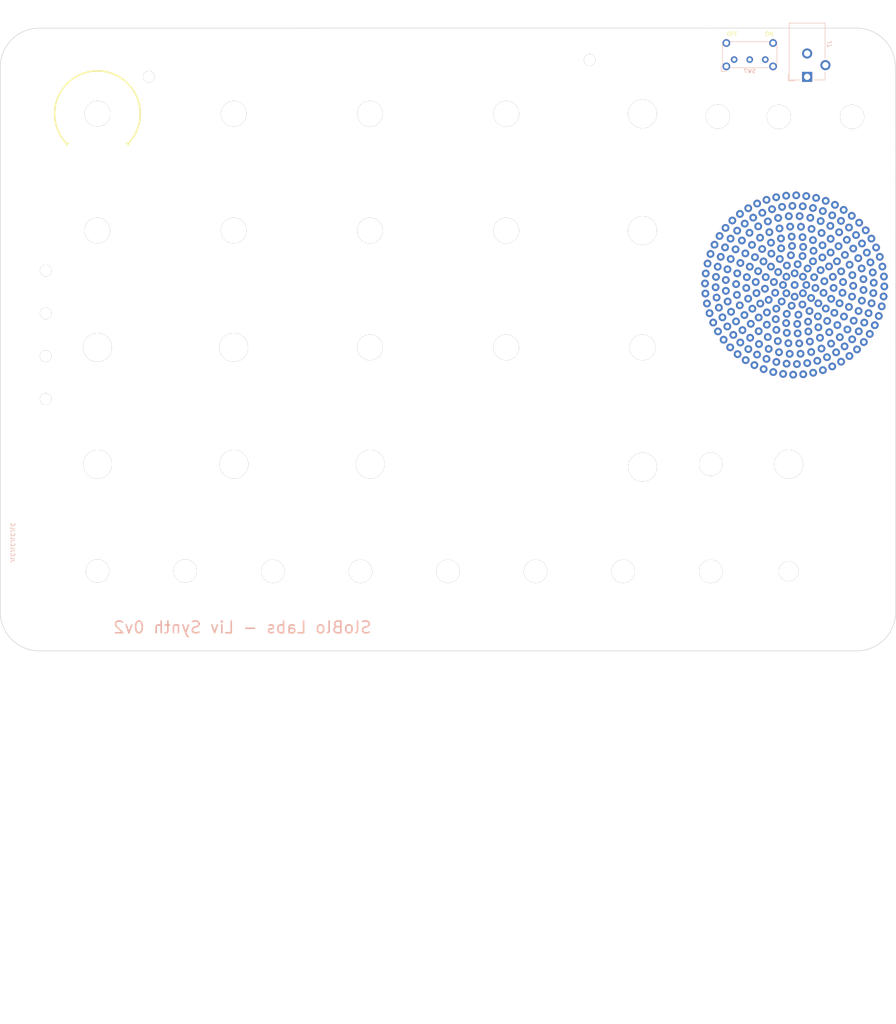
<source format=kicad_pcb>
(kicad_pcb (version 20221018) (generator pcbnew)
  (title_block (title "Liv Synth Faceplate") (date "2023-01-23") (rev "${Version}") (company "SloBlo Labs"))
  (layers (0 "F.Cu" mixed) (31 "B.Cu" mixed) (34 "B.Paste" user) (35 "F.Paste" user) (36 "B.SilkS" user "B.Silkscreen") (37 "F.SilkS" user "F.Silkscreen") (38 "B.Mask" user) (39 "F.Mask" user) (44 "Edge.Cuts" user))
  (property "VCF_Rsmall_Value" "100")
  (property "Version" "0v2")
  (net 0 "")
  (net 1 "/Power/Vin")
  (net 2 "/Power/BAT_P")
  (net 3 "/Power/BAT_N")
  (net 4 "Net-(D4-Pad1)")
  (net 5 "Net-(J7-Pad2)")
  (footprint "SloBloFP:Via 1mm" (layer "F.Cu") (at 260.355904 90.867585 -72.78)
    (fp_text reference "REF**254" hide)
    (fp_text value "Via 1mm" hide)
  )
  (footprint "SloBloFP:Via 1mm" (layer "F.Cu") (at 236.545073 80.287749 60)
    (fp_text reference "REF**22" hide)
    (fp_text value "Via 1mm" hide)
  )
  (footprint "SloBloFP:Faceplate_Hole_7.4mm" (layer "F.Cu") (at 58.4716 133.95)
    (fp_text reference "REF**" hide)
    (fp_text value "Faceplate_Hole_7.4mm" hide)
  )
  (footprint "SloBloFP:Via 1mm" (layer "F.Cu") (at 252.568594 78.561902 -25.5)
    (fp_text reference "REF**117" hide)
    (fp_text value "Via 1mm" hide)
  )
  (footprint "SloBloFP:Via 1mm" (layer "F.Cu") (at 229.54862 109.528718 -175.66)
    (fp_text reference "REF**238" hide)
    (fp_text value "Via 1mm" hide)
  )
  (footprint "SloBloFP:Via 1mm" (layer "F.Cu") (at 233.61964 73.392296 42.81)
    (fp_text reference "REF**90" hide)
    (fp_text value "Via 1mm" hide)
  )
  (footprint "SloBloFP:Via 1mm" (layer "F.Cu") (at 243.596104 92.629984 -75)
    (fp_text reference "REF**32" hide)
    (fp_text value "Via 1mm" hide)
  )
  (footprint "SloBloFP:Via 1mm" (layer "F.Cu") (at 239.635748 90.040503 -45)
    (fp_text reference "REF**7" hide)
    (fp_text value "Via 1mm" hide)
  )
  (footprint "SloBloFP:Faceplate_Hole_7.4mm" (layer "F.Cu") (at 93.4716 133.95)
    (fp_text reference "REF**" hide)
    (fp_text value "Faceplate_Hole_7.4mm" hide)
  )
  (footprint "SloBloFP:Faceplate_Hole_6.6mm" (layer "F.Cu") (at 128.4208 103.95)
    (fp_text reference "REF**" hide)
    (fp_text value "Faceplate_Hole_6.6mm" hide)
  )
  (footprint "SloBloFP:Via 1mm" (layer "F.Cu") (at 241.851764 73.518234 11.04)
    (fp_text reference "REF**87" hide)
    (fp_text value "Via 1mm" hide)
  )
  (footprint "SloBloFP:Faceplate_Hole_5.1mm" (layer "F.Cu") (at 235.9716 161.45)
    (fp_text reference "REF**" hide)
    (fp_text value "Faceplate_Hole_5.1mm" hide)
  )
  (footprint "SloBloFP:Via 1mm" (layer "F.Cu") (at 260.054184 83.187851 -53.57)
    (fp_text reference "REF**201" hide)
    (fp_text value "Via 1mm" hide)
  )
  (footprint "SloBloFP:Via 1mm" (layer "F.Cu") (at 260.542407 88.291038 -66.35)
    (fp_text reference "REF**255" hide)
    (fp_text value "Via 1mm" hide)
  )
  (footprint "SloBloFP:Faceplate_Hole_6.6mm" (layer "F.Cu") (at 163.4208 43.95)
    (fp_text reference "REF**" hide)
    (fp_text value "Faceplate_Hole_6.6mm" hide)
  )
  (footprint "SloBloFP:Faceplate_Hole_7.4mm" (layer "F.Cu") (at 198.4716 134.7)
    (fp_text reference "REF**" hide)
    (fp_text value "Faceplate_Hole_7.4mm" hide)
  )
  (footprint "SloBloFP:Via 1mm" (layer "F.Cu") (at 255.193576 89.197601 -61.5)
    (fp_text reference "REF**153" hide)
    (fp_text value "Via 1mm" hide)
  )
  (footprint "SloBloFP:Via 1mm" (layer "F.Cu") (at 246.756703 79.575157 -13.92)
    (fp_text reference "REF**57" hide)
    (fp_text value "Via 1mm" hide)
  )
  (footprint "SloBloFP:Via 1mm" (layer "F.Cu") (at 239.591486 67.710062 22.5)
    (fp_text reference "REF**163" hide)
    (fp_text value "Via 1mm" hide)
  )
  (footprint "SloBloFP:Via 1mm" (layer "F.Cu") (at 221.095612 81.240178 100.5)
    (fp_text reference "REF**131" hide)
    (fp_text value "Via 1mm" hide)
  )
  (footprint "SloBloFP:Via 1mm" (layer "F.Cu") (at 243.603487 98.780387 -116.72)
    (fp_text reference "REF**77" hide)
    (fp_text value "Via 1mm" hide)
  )
  (footprint "SloBloFP:Via 1mm" (layer "F.Cu") (at 251.458091 93.556033 -84.21)
    (fp_text reference "REF**112" hide)
    (fp_text value "Via 1mm" hide)
  )
  (footprint "SloBloFP:Via 1mm" (layer "F.Cu") (at 253.933244 94.598188 -79.5)
    (fp_text reference "REF**151" hide)
    (fp_text value "Via 1mm" hide)
  )
  (footprint "SloBloFP:Via 1mm" (layer "F.Cu") (at 238.483783 95.550617 -120)
    (fp_text reference "REF**30" hide)
    (fp_text value "Via 1mm" hide)
  )
  (footprint "SloBloFP:Via 1mm" (layer "F.Cu") (at 234.290207 67.861089 37.5)
    (fp_text reference "REF**165" hide)
    (fp_text value "Via 1mm" hide)
  )
  (footprint "SloBloFP:Via 1mm" (layer "F.Cu") (at 242.35752 79.137703 12.94)
    (fp_text reference "REF**37" hide)
    (fp_text value "Via 1mm" hide)
  )
  (footprint "SloBloFP:Faceplate_Hole_6.6mm" (layer "F.Cu") (at 198.4208 103.95)
    (fp_text reference "REF**" hide)
    (fp_text value "Faceplate_Hole_6.6mm" hide)
  )
  (footprint "SloBloFP:Via 1mm" (layer "F.Cu") (at 238.792846 70.240035 28.5)
    (fp_text reference "REF**123" hide)
    (fp_text value "Via 1mm" hide)
  )
  (footprint "SloBloFP:Via 1mm" (layer "F.Cu") (at 223.46382 69.670717 62.17)
    (fp_text reference "REF**219" hide)
    (fp_text value "Via 1mm" hide)
  )
  (footprint "SloBloFP:Via 1mm" (layer "F.Cu") (at 234.558053 110.759628 -162.8)
    (fp_text reference "REF**240" hide)
    (fp_text value "Via 1mm" hide)
  )
  (footprint "SloBloFP:Via 1mm" (layer "F.Cu") (at 245.145862 86.949828 -30)
    (fp_text reference "REF**18" hide)
    (fp_text value "Via 1mm" hide)
  )
  (footprint "SloBloFP:Via 1mm" (layer "F.Cu") (at 258.435764 78.289864 -40.71)
    (fp_text reference "REF**203" hide)
    (fp_text value "Via 1mm" hide)
  )
  (footprint "SloBloFP:Via 1mm" (layer "F.Cu") (at 231.01623 74.35551 53.4)
    (fp_text reference "REF**91" hide)
    (fp_text value "Via 1mm" hide)
  )
  (footprint "SloBloFP:Via 1mm" (layer "F.Cu") (at 233.486122 105.180683 -160.5)
    (fp_text reference "REF**142" hide)
    (fp_text value "Via 1mm" hide)
  )
  (footprint "SloBloFP:Faceplate_Hole_3.0mm" (layer "F.Cu") (at 45.1316 106.2)
    (fp_text reference "REF**" hide)
    (fp_text value "Faceplate_Hole_3.0mm" hide)
  )
  (footprint "SloBloFP:Faceplate_Hole_6.0mm" (layer "F.Cu") (at 148.4716 161.45)
    (fp_text reference "REF**" hide)
    (fp_text value "Faceplate_Hole_6.0mm" hide)
  )
  (footprint "SloBloFP:Via 1mm" (layer "F.Cu") (at 222.690771 90.460637 127.53)
    (fp_text reference "REF**98" hide)
    (fp_text value "Via 1mm" hide)
  )
  (footprint "SloBloFP:Via 1mm" (layer "F.Cu") (at 215.651369 95.160228 132.9)
    (fp_text reference "REF**230" hide)
    (fp_text value "Via 1mm" hide)
  )
  (footprint "SloBloFP:Via 1mm" (layer "F.Cu") (at 236.011478 70.257706 37.5)
    (fp_text reference "REF**124" hide)
    (fp_text value "Via 1mm" hide)
  )
  (footprint "SloBloFP:Via 1mm" (layer "F.Cu") (at 237.910398 64.891606 23.59)
    (fp_text reference "REF**213" hide)
    (fp_text value "Via 1mm" hide)
  )
  (footprint "SloBloFP:Via 1mm" (layer "F.Cu") (at 236.355727 72.923943 32.22)
    (fp_text reference "REF**89" hide)
    (fp_text value "Via 1mm" hide)
  )
  (footprint "SloBloFP:Faceplate_Hole_6.6mm" (layer "F.Cu") (at 58.37 73.95)
    (fp_text reference "REF**" hide)
    (fp_text value "Faceplate_Hole_6.6mm" hide)
  )
  (footprint "SloBloFP:Via 1mm" (layer "F.Cu") (at 231.699684 68.453534 45)
    (fp_text reference "REF**166" hide)
    (fp_text value "Via 1mm" hide)
  )
  (footprint "SloBloFP:Via 1mm" (layer "F.Cu") (at 241.542734 70.657683 19.5)
    (fp_text reference "REF**122" hide)
    (fp_text value "Via 1mm" hide)
  )
  (footprint "SloBloFP:Faceplate_Hole_6.0mm" (layer "F.Cu") (at 215.9716 133.95)
    (fp_text reference "REF**" hide)
    (fp_text value "Faceplate_Hole_6.0mm" hide)
  )
  (footprint "SloBloFP:Via 1mm" (layer "F.Cu") (at 218.224266 75.336825 81.46)
    (fp_text reference "REF**222" hide)
    (fp_text value "Via 1mm" hide)
  )
  (footprint "SloBloFP:Via 1mm" (layer "F.Cu") (at 218.974287 96.224958 142.5)
    (fp_text reference "REF**179" hide)
    (fp_text value "Via 1mm" hide)
  )
  (footprint "SloBloFP:Via 1mm" (layer "F.Cu") (at 231.432752 83.208382 105)
    (fp_text reference "REF**24" hide)
    (fp_text value "Via 1mm" hide)
  )
  (footprint "SloBloFP:Via 1mm" (layer "F.Cu") (at 256.980077 82.104439 -45)
    (fp_text reference "REF**154" hide)
    (fp_text value "Via 1mm" hide)
  )
  (footprint "SloBloFP:Via 1mm" (layer "F.Cu") (at 239.715796 110.844716 -149.94)
    (fp_text reference "REF**242" hide)
    (fp_text value "Via 1mm" hide)
  )
  (footprint "SloBloFP:Via 1mm" (layer "F.Cu") (at 216.599819 97.563105 139.33)
    (fp_text reference "REF**231" hide)
    (fp_text value "Via 1mm" hide)
  )
  (footprint "SloBloFP:Via 1mm" (layer "F.Cu") (at 245.51114 93.970837 -85.3)
    (fp_text reference "REF**53" hide)
    (fp_text value "Via 1mm" hide)
  )
  (footprint "SloBloFP:Faceplate_Hole_6.0mm" (layer "F.Cu") (at 215.9716 161.45)
    (fp_text reference "REF**" hide)
    (fp_text value "Faceplate_Hole_6.0mm" hide)
  )
  (footprint "SloBloFP:Via 1mm" (layer "F.Cu") (at 234.184301 92.151234 -150)
    (fp_text reference "REF**14" hide)
    (fp_text value "Via 1mm" hide)
  )
  (footprint "SloBloFP:Faceplate_Hole_6.0mm" (layer "F.Cu") (at 103.4716 161.45)
    (fp_text reference "REF**" hide)
    (fp_text value "Faceplate_Hole_6.0mm" hide)
  )
  (footprint "SloBloFP:Via 1mm" (layer "F.Cu") (at 222.745888 73.968809 75)
    (fp_text reference "REF**170" hide)
    (fp_text value "Via 1mm" hide)
  )
  (footprint "SloBloFP:Via 1mm" (layer "F.Cu") (at 235.329066 64.992118 30.02)
    (fp_text reference "REF**214" hide)
    (fp_text value "Via 1mm" hide)
  )
  (footprint "SloBloFP:Via 1mm" (layer "F.Cu") (at 243.329172 107.384832 -135)
    (fp_text reference "REF**190" hide)
    (fp_text value "Via 1mm" hide)
  )
  (footprint "SloBloFP:Via 1mm" (layer "F.Cu") (at 225.086531 88.687158 127.54)
    (fp_text reference "REF**68" hide)
    (fp_text value "Via 1mm" hide)
  )
  (footprint "SloBloFP:Via 1mm" (layer "F.Cu") (at 226.651099 94.004451 153.26)
    (fp_text reference "REF**70" hide)
    (fp_text value "Via 1mm" hide)
  )
  (footprint "SloBloFP:Via 1mm" (layer "F.Cu") (at 245.868128 97.152715 -103.86)
    (fp_text reference "REF**78" hide)
    (fp_text value "Via 1mm" hide)
  )
  (footprint "SloBloFP:Via 1mm" (layer "F.Cu") (at 229.882994 88.888538 150)
    (fp_text reference "REF**26" hide)
    (fp_text value "Via 1mm" hide)
  )
  (footprint "SloBloFP:Via 1mm" (layer "F.Cu") (at 258.099548 98.247732 -92.07)
    (fp_text reference "REF**251" hide)
    (fp_text value "Via 1mm" hide)
  )
  (footprint "SloBloFP:Via 1mm" (layer "F.Cu") (at 230.835423 104.337999 -169.5)
    (fp_text reference "REF**141" hide)
    (fp_text value "Via 1mm" hide)
  )
  (footprint "SloBloFP:Faceplate_Hole_6.6mm" (layer "F.Cu") (at 58.4208 43.95)
    (fp_text reference "REF**" hide)
    (fp_text value "Faceplate_Hole_6.6mm" hide)
  )
  (footprint "SloBloFP:Faceplate_Hole_7.4mm" (layer "F.Cu") (at 198.4208 73.95)
    (fp_text reference "REF**" hide)
    (fp_text value "Faceplate_Hole_7.4mm" hide)
  )
  (footprint "SloBloFP:Via 1mm" (layer "F.Cu") (at 233.184633 102.322401 -168.93)
    (fp_text reference "REF**104" hide)
    (fp_text value "Via 1mm" hide)
  )
  (footprint "SloBloFP:Faceplate_Hole_7.4mm" (layer "F.Cu") (at 235.9716 133.95)
    (fp_text reference "REF**" hide)
    (fp_text value "Faceplate_Hole_7.4mm" hide)
  )
  (footprint "SloBloFP:Faceplate_Hole_3.0mm" (layer "F.Cu") (at 71.6416 34.42)
    (fp_text reference "REF**" hide)
    (fp_text value "Faceplate_Hole_3.0mm" hide)
  )
  (footprint "SloBloFP:Via 1mm" (layer "F.Cu") (at 224.848446 79.809146 85.17)
    (fp_text reference "REF**94" hide)
    (fp_text value "Via 1mm" hide)
  )
  (footprint "SloBloFP:Via 1mm" (layer "F.Cu") (at 219.754701 73.255684 75.03)
    (fp_text reference "REF**221" hide)
    (fp_text value "Via 1mm" hide)
  )
  (footprint "SloBloFP:Via 1mm" (layer "F.Cu") (at 250.184655 96.022587 -94.8)
    (fp_text reference "REF**111" hide)
    (fp_text value "Via 1mm" hide)
  )
  (footprint "SloBloFP:Via 1mm" (layer "F.Cu") (at 250.335732 103.677891 -112.5)
    (fp_text reference "REF**193" hide)
    (fp_text value "Via 1mm" hide)
  )
  (footprint "SloBloFP:Via 1mm" (layer "F.Cu") (at 238.286742 100.346811 -142.44)
    (fp_text reference "REF**75" hide)
    (fp_text value "Via 1mm" hide)
  )
  (footprint "SloBloFP:Faceplate_Hole_6.2mm" (layer "F.Cu") (at 233.4716 44.75)
    (fp_text reference "REF**" hide)
    (fp_text value "Faceplate_Hole_6.2mm" hide)
  )
  (footprint "SloBloFP:Via 1mm" (layer "F.Cu") (at 246.679672 72.747336 1.5)
    (fp_text reference "REF**120" hide)
    (fp_text value "Via 1mm" hide)
  )
  (footprint "SloBloFP:Via 1mm" (layer "F.Cu") (at 252.256533 90.89746 -73.62)
    (fp_text reference "REF**113" hide)
    (fp_text value "Via 1mm" hide)
  )
  (footprint "SloBloFP:Via 1mm" (layer "F.Cu") (at 254.08017 71.919111 -21.42)
    (fp_text reference "REF**206" hide)
    (fp_text value "Via 1mm" hide)
  )
  (footprint "SloBloFP:Via 1mm" (layer "F.Cu") (at 228.277981 96.269659 166.12)
    (fp_text reference "REF**71" hide)
    (fp_text value "Via 1mm" hide)
  )
  (footprint "SloBloFP:Faceplate_Hole_6.6mm" (layer "F.Cu") (at 93.4208 43.95)
    (fp_text reference "REF**" hide)
    (fp_text value "Faceplate_Hole_6.6mm" hide)
  )
  (footprint "SloBloFP:Via 1mm" (layer "F.Cu") (at 230.61136 101.281348 -179.52)
    (fp_text reference "REF**103" hide)
    (fp_text value "Via 1mm" hide)
  )
  (footprint "SloBloFP:Via 1mm" (layer "F.Cu") (at 235.393108 90.040503 -135)
    (fp_text reference "REF**5" hide)
    (fp_text value "Via 1mm" hide)
  )
  (footprint "SloBloFP:Via 1mm" (layer "F.Cu") (at 225.227334 85.901824 114.68)
    (fp_text reference "REF**67" hide)
    (fp_text value "Via 1mm" hide)
  )
  (footprint "SloBloFP:Faceplate_Hole_6.0mm" (layer "F.Cu") (at 170.9716 161.45)
    (fp_text reference "REF**" hide)
    (fp_text value "Faceplate_Hole_6.0mm" hide)
  )
  (footprint "SloBloFP:Via 1mm" (layer "F.Cu") (at 215.907675 79.945833 94.32)
    (fp_text reference "REF**224" hide)
    (fp_text value "Via 1mm" hide)
  )
  (footprint "SloBloFP:Via 1mm" (layer "F.Cu") (at 242.514428 85.919183)
    (fp_text reference "REF**" hide)
    (fp_text value "Via 1mm" hide)
  )
  (footprint "SloBloFP:Via 1mm" (layer "F.Cu") (at 222.460262 97.276464 154.5)
    (fp_text reference "REF**137" hide)
    (fp_text value "Via 1mm" hide)
  )
  (footprint "SloBloFP:Via 1mm" (layer "F.Cu") (at 236.935897 67.611843 30)
    (fp_text reference "REF**164" hide)
    (fp_text value "Via 1mm" hide)
  )
  (footprint "SloBloFP:Via 1mm" (layer "F.Cu") (at 238.179531 97.925559 -134.38)
    (fp_text reference "REF**50" hide)
    (fp_text value "Via 1mm" hide)
  )
  (footprint "SloBloFP:Via 1mm" (layer "F.Cu") (at 220.959861 103.930816 158.62)
    (fp_text reference "REF**234" hide)
    (fp_text value "Via 1mm" hide)
  )
  (footprint "SloBloFP:Via 1mm" (layer "F.Cu") (at 224.610334 95.644736 148.71)
    (fp_text reference "REF**100" hide)
    (fp_text value "Via 1mm" hide)
  )
  (footprint "SloBloFP:Faceplate_Hole_3.0mm" (layer "F.Cu") (at 45.1316 95.2)
    (fp_text reference "REF**" hide)
    (fp_text value "Faceplate_Hole_3.0mm" hide)
  )
  (footprint "SloBloFP:Via 1mm" (layer "F.Cu") (at 240.514428 87.919183)
    (fp_text reference "REF**" hide)
    (fp_text value "Via 1mm" hide)
  )
  (footprint "SloBloFP:Faceplate_Hole_6.6mm" (layer "F.Cu") (at 128.4208 73.95)
    (fp_text reference "REF**" hide)
    (fp_text value "Faceplate_Hole_6.6mm" hide)
  )
  (footprint "SloBloFP:Via 1mm" (layer "F.Cu") (at 236.746479 93.24931 -120)
    (fp_text reference "REF**15" hide)
    (fp_text value "Via 1mm" hide)
  )
  (footprint "SloBloFP:Via 1mm" (layer "F.Cu") (at 231.540451 79.864276 78.38)
    (fp_text reference "REF**41" hide)
    (fp_text value "Via 1mm" hide)
  )
  (footprint "SloBloFP:Via 1mm" (layer "F.Cu") (at 241.761738 105.128105 -133.5)
    (fp_text reference "REF**145" hide)
    (fp_text value "Via 1mm" hide)
  )
  (footprint "SloBloFP:Via 1mm" (layer "F.Cu") (at 241.330419 94.598753 -97.5)
    (fp_text reference "REF**31" hide)
    (fp_text value "Via 1mm" hide)
  )
  (footprint "SloBloFP:Via 1mm" (layer "F.Cu") (at 256.813369 100.488071 -98.5)
    (fp_text reference "REF**250" hide)
    (fp_text value "Via 1mm" hide)
  )
  (footprint "SloBloFP:Via 1mm" (layer "F.Cu") (at 254.775928 91.947489 -70.5)
    (fp_text reference "REF**152" hide)
    (fp_text value "Via 1mm" hide)
  )
  (footprint "SloBloFP:Via 1mm" (layer "F.Cu") (at 238.092959 108.226523 -150)
    (fp_text reference "REF**188" hide)
    (fp_text value "Via 1mm" hide)
  )
  (footprint "SloBloFP:Via 1mm" (layer "F.Cu") (at 254.72335 83.671873 -43.5)
    (fp_text reference "REF**115" hide)
    (fp_text value "Via 1mm" hide)
  )
  (footprint "SloBloFP:Via 1mm" (layer "F.Cu") (at 244.424491 74.560634 0.45)
    (fp_text reference "REF**86" hide)
    (fp_text value "Via 1mm" hide)
  )
  (footprint "SloBloFP:Via 1mm" (layer "F.Cu") (at 252.282968 101.869557 -105)
    (fp_text reference "REF**194" hide)
    (fp_text value "Via 1mm" hide)
  )
  (footprint "SloBloFP:Via 1mm" (layer "F.Cu") (at 247.713693 95.061829 -91)
    (fp_text reference "REF**79" hide)
    (fp_text value "Via 1mm" hide)
  )
  (footprint "SloBloFP:Via 1mm" (layer "F.Cu") (at 248.382003 81.841501 -26.78)
    (fp_text reference "REF**56" hide)
    (fp_text value "Via 1mm" hide)
  )
  (footprint "SloBloFP:Via 1mm" (layer "F.Cu") (at 239.536076 75.632794 24.66)
    (fp_text reference "REF**60" hide)
    (fp_text value "Via 1mm" hide)
  )
  (footprint "SloBloFP:Via 1mm" (layer "F.Cu") (at 250.422565 80.200388 -31.32)
    (fp_text reference "REF**83" hide)
    (fp_text value "Via 1mm" hide)
  )
  (footprint "SloBloFP:Via 1mm" (layer "F.Cu") (at 244.763104 109.779713 -137.08)
    (fp_text reference "REF**244" hide)
    (fp_text value "Via 1mm" hide)
  )
  (footprint "SloBloFP:Via 1mm" (layer "F.Cu") (at 238.282377 82.589056 60)
    (fp_text reference "REF**9" hide)
    (fp_text value "Via 1mm" hide)
  )
  (footprint "SloBloFP:Via 1mm" (layer "F.Cu") (at 253.977511 99.822529 -97.5)
    (fp_text reference "REF**195" hide)
    (fp_text value "Via 1mm" hide)
  )
  (footprint "SloBloFP:Via 1mm" (layer "F.Cu") (at 251.621265 82.704113 -41.91)
    (fp_text reference "REF**82" hide)
    (fp_text value "Via 1mm" hide)
  )
  (footprint "SloBloFP:Via 1mm" (layer "F.Cu") (at 246.761826 76.058094 -10.14)
    (fp_text reference "REF**85" hide)
    (fp_text value "Via 1mm" hide)
  )
  (footprint "SloBloFP:Via 1mm" (layer "F.Cu") (at 227.705218 90.004685 143.82)
    (fp_text reference "REF**45" hide)
    (fp_text value "Via 1mm" hide)
  )
  (footprint "SloBloFP:Via 1mm" (layer "F.Cu") (at 215.150664 82.415714 100.75)
    (fp_text reference "REF**225" hide)
    (fp_text value "Via 1mm" hide)
  )
  (footprint "SloBloFP:Via 1mm" (layer "F.Cu") (at 220.217021 98.573875 150)
    (fp_text reference "REF**180" hide)
    (fp_text value "Via 1mm" hide)
  )
  (footprint "SloBloFP:Via 1mm" (layer "F.Cu") (at 230.627341 71.586557 55.5)
    (fp_text reference "REF**126" hide)
    (fp_text value "Via 1mm" hide)
  )
  (footprint "SloBloFP:Via 1mm" (layer "F.Cu") (at 217.456334 91.143404 127.5)
    (fp_text reference "REF**177" hide)
    (fp_text value "Via 1mm" hide)
  )
  (footprint "SloBloFP:Via 1mm" (layer "F.Cu") (at 228.689811 92.683221 160.18)
    (fp_text reference "REF**46" hide)
    (fp_text value "Via 1mm" hide)
  )
  (footprint "SloBloFP:Via 1mm" (layer "F.Cu") (at 232.665207 96.69728 -167.1)
    (fp_text reference "REF**48" hide)
    (fp_text value "Via 1mm" hide)
  )
  (footprint "SloBloFP:Via 1mm" (layer "F.Cu") (at 227.877807 67.001209 49.31)
    (fp_text reference "REF**217" hide)
    (fp_text value "Via 1mm" hide)
  )
  (footprint "SloBloFP:Via 1mm" (layer "F.Cu") (at 217.305307 85.842125 112.5)
    (fp_text reference "REF**175" hide)
    (fp_text value "Via 1mm" hide)
  )
  (footprint "SloBloFP:Via 1mm" (layer "F.Cu") (at 257.225777 76.007474 -34.28)
    (fp_text reference "REF**204" hide)
    (fp_text value "Via 1mm" hide)
  )
  (footprint "SloBloFP:Via 1mm" (layer "F.Cu") (at 242.225229 81.837507 15)
    (fp_text reference "REF**20" hide)
    (fp_text value "Via 1mm" hide)
  )
  (footprint "SloBloFP:Via 1mm" (layer "F.Cu") (at 218.531499 80.682393 97.5)
    (fp_text reference "REF**173" hide)
    (fp_text value "Via 1mm" hide)
  )
  (footprint "SloBloFP:Via 1mm" (layer "F.Cu") (at 239.687933 78.129096 29.3)
    (fp_text reference "REF**38" hide)
    (fp_text value "Via 1mm" hide)
  )
  (footprint "SloBloFP:Via 1mm" (layer "F.Cu") (at 228.273241 99.785112 169.89)
    (fp_text reference "REF**102" hide)
    (fp_text value "Via 1mm" hide)
  )
  (footprint "SloBloFP:Via 1mm" (layer "F.Cu") (at 240.738649 107.977277 -142.5)
    (fp_text reference "REF**189" hide)
    (fp_text value "Via 1mm" hide)
  )
  (footprint "SloBloFP:Via 1mm" (layer "F.Cu") (at 242.211536 68.154065 15)
    (fp_text reference "REF**162" hide)
    (fp_text value "Via 1mm" hide)
  )
  (footprint "SloBloFP:Via 1mm" (layer "F.Cu") (at 230.834858 91.735174 172.5)
    (fp_text reference "REF**27" hide)
    (fp_text value "Via 1mm" hide)
  )
  (footprint "SloBloFP:Via 1mm" (layer "F.Cu") (at 236.750791 75.491019 37.52)
    (fp_text reference "REF**61" hide)
    (fp_text value "Via 1mm" hide)
  )
  (footprint "SloBloFP:Via 1mm" (layer "F.Cu") (at 218.048779 93.733927 135)
    (fp_text reference "REF**178" hide)
    (fp_text value "Via 1mm" hide)
  )
  (footprint "SloBloFP:Via 1mm" (layer "F.Cu") (at 228.134437 84.37155 111.1)
    (fp_text reference "REF**43" hide)
    (fp_text value "Via 1mm" hide)
  )
  (footprint "SloBloFP:Via 1mm" (layer "F.Cu") (at 214.588128 90.112548 120.04)
    (fp_text reference "REF**228" hide)
    (fp_text value "Via 1mm" hide)
  )
  (footprint "SloBloFP:Via 1mm" (layer "F.Cu") (at 246.89194 91.473364 -68.94)
    (fp_text reference "REF**54" hide)
    (fp_text value "Via 1mm" hide)
  )
  (footprint "SloBloFP:Via 1mm" (layer "F.Cu") (at 243.025703 65.557342 10.73)
    (fp_text reference "REF**211" hide)
    (fp_text value "Via 1mm" hide)
  )
  (footprint "SloBloFP:Via 1mm" (layer "F.Cu") (at 225.56919 91.433967 140.4)
    (fp_text reference "REF**69" hide)
    (fp_text value "Via 1mm" hide)
  )
  (footprint "SloBloFP:Via 1mm" (layer "F.Cu") (at 235.43737 108.128304 -157.5)
    (fp_text reference "REF**187" hide)
    (fp_text value "Via 1mm" hide)
  )
  (footprint "SloBloFP:Via 1mm" (layer "F.Cu") (at 235.514428 82.919183 90)
    (fp_text reference "REF**10" hide)
    (fp_text value "Via 1mm" hide)
  )
  (footprint "SloBloFP:Via 1mm" (layer "F.Cu") (at 226.249924 97.884662 159.3)
    (fp_text reference "REF**101" hide)
    (fp_text value "Via 1mm" hide)
  )
  (footprint "SloBloFP:Via 1mm" (layer "F.Cu") (at 226.554641 77.619529 74.58)
    (fp_text reference "REF**93" hide)
    (fp_text value "Via 1mm" hide)
  )
  (footprint "SloBloFP:Via 1mm" (layer "F.Cu") (at 236.84234 77.913274 45.66)
    (fp_text reference "REF**39" hide)
    (fp_text value "Via 1mm" hide)
  )
  (footprint "SloBloFP:Faceplate_Hole_6.2mm" (layer "F.Cu") (at 252.2716 44.75)
    (fp_text reference "REF**" hide)
    (fp_text value "Faceplate_Hole_6.2mm" hide)
  )
  (footprint "SloBloFP:Via 1mm" (layer "F.Cu") (at 250.919451 76.322115 -16.5)
    (fp_text reference "REF**118" hide)
    (fp_text value "Via 1mm" hide)
  )
  (footprint "SloBloFP:Faceplate_Hole_7.4mm" (layer "F.Cu") (at 58.4208 103.95)
    (fp_text reference "REF**" hide)
    (fp_text value "Faceplate_Hole_7.4mm" hide)
  )
  (footprint "SloBloFP:Via 1mm" (layer "F.Cu") (at 237.514428 87.919183)
    (fp_text reference "REF**" hide)
    (fp_text value "Via 1mm" hide)
  )
  (footprint "SloBloFP:Via 1mm" (layer "F.Cu") (at 229.513493 81.873113 94.74)
    (fp_text reference "REF**42" hide)
    (fp_text value "Via 1mm" hide)
  )
  (footprint "SloBloFP:Via 1mm" (layer "F.Cu") (at 232.803627 94.000859 -165)
    (fp_text reference "REF**28" hide)
    (fp_text value "Via 1mm" hide)
  )
  (footprint "SloBloFP:Via 1mm" (layer "F.Cu") (at 249.942858 87.159884 -52.5)
    (fp_text reference "REF**33" hide)
    (fp_text value "Via 1mm" hide)
  )
  (footprint "SloBloFP:Via 1mm" (layer "F.Cu") (at 239.131284 72.966405 21.63)
    (fp_text reference "REF**88" hide)
    (fp_text value "Via 1mm" hide)
  )
  (footprint "SloBloFP:Via 1mm" (layer "F.Cu") (at 235.489572 95.340665 -142.5)
    (fp_text reference "REF**29" hide)
    (fp_text value "Via 1mm" hide)
  )
  (footprint "SloBloFP:Via 1mm" (layer "F.Cu") (at 255.390365 97.57183 -90)
    (fp_text reference "REF**196" hide)
    (fp_text value "Via 1mm" hide)
  )
  (footprint "SloBloFP:Via 1mm" (layer "F.Cu") (at 248.479607 98.213097 -105.39)
    (fp_text reference "REF**110" hide)
    (fp_text value "Via 1mm" hide)
  )
  (footprint "SloBloFP:Via 1mm" (layer "F.Cu") (at 252.339414 85.385491 -52.5)
    (fp_text reference "REF**33" hide)
    (fp_text value "Via 1mm" hide)
  )
  (footprint "SloBloFP:Via 1mm" (layer "F.Cu") (at 241.746479 91.24931 -60)
    (fp_text reference "REF**17" hide)
    (fp_text value "Via 1mm" hide)
  )
  (footprint "SloBloFP:Via 1mm" (layer "F.Cu") (at 231.432953 77.05373 63.24)
    (fp_text reference "REF**63" hide)
    (fp_text value "Via 1mm" hide)
  )
  (footprint "SloBloFP:Via 1mm" (layer "F.Cu") (at 251.065724 99.344987 -97.5)
    (fp_text reference "REF**149" hide)
    (fp_text value "Via 1mm" hide)
  )
  (footprint "SloBloFP:Via 1mm" (layer "F.Cu") (at 237.514428 84.919183 90)
    (fp_text reference "REF**2" hide)
    (fp_text value "Via 1mm" hide)
  )
  (footprint "SloBloFP:Via 1mm" (layer "F.Cu") (at 257.279546 92.616291 -75)
    (fp_text reference "REF**198" hide)
    (fp_text value "Via 1mm" hide)
  )
  (footprint "SloBloFP:Faceplate_Hole_7.4mm" (layer "F.Cu") (at 93.4208 103.95)
    (fp_text reference "REF**" hide)
    (fp_text value "Faceplate_Hole_7.4mm" hide)
  )
  (footprint "SloBloFP:Via 1mm" (layer "F.Cu") (at 235.393108 85.797863 135)
    (fp_text reference "REF**3" hide)
    (fp_text value "Via 1mm" hide)
  )
  (footprint "SloBloFP:Via 1mm" (layer "F.Cu") (at 244.193998 84.103192 -7.5)
    (fp_text reference "REF**19" hide)
    (fp_text value "Via 1mm" hide)
  )
  (footprint "SloBloFP:Via 1mm" (layer "F.Cu") (at 251.464802 73.150643 -15)
    (fp_text reference "REF**158" hide)
    (fp_text value "Via 1mm" hide)
  )
  (footprint "SloBloFP:Via 1mm" (layer "F.Cu") (at 252.552785 88.137431 -63.03)
    (fp_text reference "REF**114" hide)
    (fp_text value "Via 1mm" hide)
  )
  (footprint "SloBloFP:Via 1mm" (layer "F.Cu") (at 220.305506 92.166493 136.5)
    (fp_text reference "REF**135" hide)
    (fp_text value "Via 1mm" hide)
  )
  (footprint "SloBloFP:Via 1mm" (layer "F.Cu") (at 230.389007 94.975974 176.54)
    (fp_text reference "REF**47" hide)
    (fp_text value "Via 1mm" hide)
  )
  (footprint "SloBloFP:Via 1mm" (layer "F.Cu") (at 244.93591 89.944039 -52.5)
    (fp_text reference "REF**33" hide)
    (fp_text value "Via 1mm" hide)
  )
  (footprint "SloBloFP:Via 1mm" (layer "F.Cu") (at 247.167075 70.043246)
    (fp_text reference "REF**160" hide)
    (fp_text value "Via 1mm" hide)
  )
  (footprint "SloBloFP:Via 1mm" (layer "F.Cu") (at 255.767798 73.874946 -27.85)
    (fp_text reference "REF**205" hide)
    (fp_text value "Via 1mm" hide)
  )
  (footprint "SloBloFP:Via 1mm" (layer "F.Cu") (at 253.531839 104.46816 -111.36)
    (fp_text reference "REF**248" hide)
    (fp_text value "Via 1mm" hide)
  )
  (footprint "SloBloFP:Via 1mm" (layer "F.Cu") (at 250.103519 68.633414 -8.56)
    (fp_text reference "REF**208" hide)
    (fp_text value "Via 1mm" hide)
  )
  (footprint "SloBloFP:Via 1mm" (layer "F.Cu") (at 239.635748 85.797863 45)
    (fp_text reference "REF**1" hide)
    (fp_text value "Via 1mm" hide)
  )
  (footprint "SloBloFP:Via 1mm" (layer "F.Cu") (at 227.861781 105.79512 180)
    (fp_text reference "REF**184" hide)
    (fp_text value "Via 1mm" hide)
  )
  (footprint "SloBloFP:Via 1mm" (layer "F.Cu") (at 234.003814 75.972719 50.38)
    (fp_text reference "REF**62" hide)
    (fp_text value "Via 1mm" hide)
  )
  (footprint "SloBloFP:Via 1mm" (layer "F.Cu") (at 230.368222 98.115955 178.98)
    (fp_text reference "REF**72" hide)
    (fp_text value "Via 1mm" hide)
  )
  (footprint "SloBloFP:Faceplate_Hole_7.4mm" (layer "F.Cu") (at 198.4208 43.95)
    (fp_text reference "REF**" hide)
    (fp_text value "Faceplate_Hole_7.4mm" hide)
  )
  (footprint "SloBloFP:Via 1mm" (layer "F.Cu") (at 246.871709 102.973349 -115.5)
    (fp_text reference "REF**147" hide)
    (fp_text value "Via 1mm" hide)
  )
  (footprint "SloBloFP:Via 1mm" (layer "F.Cu") (at 214.977981 92.66625 126.47)
    (fp_text reference "REF**229" hide)
    (fp_text value "Via 1mm" hide)
  )
  (footprint "SloBloFP:Via 1mm" (layer "F.Cu") (at 243.48278 95.978258 -101.66)
    (fp_text reference "REF**52" hide)
    (fp_text value "Via 1mm" hide)
  )
  (footprint "SloBloFP:Via 1mm" (layer "F.Cu") (at 247.864528 67.34489 -2.13)
    (fp_text reference "REF**209" hide)
    (fp_text value "Via 1mm" hide)
  )
  (footprint "SloBloFP:Via 1mm" (layer "F.Cu") (at 235.334089 97.70775 -150.74)
    (fp_text reference "REF**49" hide)
    (fp_text value "Via 1mm" hide)
  )
  (footprint "SloBloFP:Via 1mm" (layer "F.Cu") (at 259.882028 93.407038 -79.21)
    (fp_text reference "REF**253" hide)
    (fp_text value "Via 1mm" hide)
  )
  (footprint "SloBloFP:Via 1mm" (layer "F.Cu") (at 220.252928 83.890877 109.5)
    (fp_text reference "REF**132" hide)
    (fp_text value "Via 1mm" hide)
  )
  (footprint "SloBloFP:Via 1mm" (layer "F.Cu") (at 234.514428 87.919183 180)
    (fp_text reference "REF**4" hide)
    (fp_text value "Via 1mm" hide)
  )
  (footprint "SloBloFP:Via 1mm" (layer "F.Cu") (at 226.859736 70.621776 60)
    (fp_text reference "REF**168" hide)
    (fp_text value "Via 1mm" hide)
  )
  (footprint "SloBloFP:Faceplate_Hole_6.6mm" (layer "F.Cu") (at 163.4208 73.95)
    (fp_text reference "REF**" hide)
    (fp_text value "Faceplate_Hole_6.6mm" hide)
  )
  (footprint "SloBloFP:Via 1mm" (layer "F.Cu") (at 227.178694 108.500697 177.91)
    (fp_text reference "REF**237" hide)
    (fp_text value "Via 1mm" hide)
  )
  (footprint "SloBloFP:Via 1mm" (layer "F.Cu") (at 244.667751 77.727403 -1.06)
    (fp_text reference "REF**58" hide)
    (fp_text value "Via 1mm" hide)
  )
  (footprint "SloBloFP:Via 1mm" (layer "F.Cu") (at 232.018766 110.284866 -169.23)
    (fp_text reference "REF**239" hide)
    (fp_text value "Via 1mm" hide)
  )
  (footprint "SloBloFP:Via 1mm" (layer "F.Cu") (at 234.051171 78.507713 62.02)
    (fp_text reference "REF**40" hide)
    (fp_text value "Via 1mm" hide)
  )
  (footprint "SloBloFP:Via 1mm" (layer "F.Cu") (at 242.219943 76.390933 11.8)
    (fp_text reference "REF**59" hide)
    (fp_text value "Via 1mm" hide)
  )
  (footprint "SloBloFP:Via 1mm" (layer "F.Cu") (at 223.963132 76.493379 82.5)
    (fp_text reference "REF**129" hide)
    (fp_text value "Via 1mm" hide)
  )
  (footprint "SloBloFP:Via 1mm" (layer "F.Cu") (at 221.181802 94.80627 145.5)
    (fp_text reference "REF**136" hide)
    (fp_text value "Via 1mm" hide)
  )
  (footprint "MountingHole:MountingHole_3.2mm_M3" (layer "F.Cu") (at 252.4716 31.965)
    (fp_text reference "H2" hide)
    (fp_text value "MountingHole")
  )
  (footprint "SloBloFP:Via 1mm" (layer "F.Cu") (at 221.508575 71.359027 68.6)
    (fp_text reference "REF**220" hide)
    (fp_text value "Via 1mm" hide)
  )
  (footprint "SloBloFP:Faceplate_Hole_7.4mm" (layer "F.Cu") (at 128.4716 133.95)
    (fp_text reference "REF**" hide)
    (fp_text value "Faceplate_Hole_7.4mm" hide)
  )
  (footprint "SloBloFP:Via 1mm" (layer "F.Cu") (at 252.686275 97.084427 -88.5)
    (fp_text reference "REF**150" hide)
    (fp_text value "Via 1mm" hide)
  )
  (footprint "SloBloFP:Via 1mm" (layer "F.Cu") (at 247.514428 88.674117 -52.5)
    (fp_text reference "REF**33" hide)
    (fp_text value "Via 1mm" hide)
  )
  (footprint "SloBloFP:Via 1mm" (layer "F.Cu") (at 241.416822 102.444028 -137.16)
    (fp_text reference "REF**107" hide)
    (fp_text value "Via 1mm" hide)
  )
  (footprint "SloBloFP:Via 1mm" (layer "F.Cu") (at 244.634921 80.85742 -3.42)
    (fp_text reference "REF**36" hide)
    (fp_text value "Via 1mm" hide)
  )
  (footprint "SloBloFP:Faceplate_Hole_6.0mm" (layer "F.Cu") (at 80.9716 161.378932)
    (fp_text reference "REF**" hide)
    (fp_text value "Faceplate_Hole_6.0mm" hide)
  )
  (footprint "SloBloFP:Via 1mm" (layer "F.Cu") (at 249.462117 84.41274 -39.64)
    (fp_text reference "REF**55" hide)
    (fp_text value "Via 1mm" hide)
  )
  (footprint "SloBloFP:Via 1mm" (layer "F.Cu") (at 240.971114 97.333069 -118.02)
    (fp_text reference "REF**51" hide)
    (fp_text value "Via 1mm" hide)
  )
  (footprint "SloBloFP:Via 1mm" (layer "F.Cu") (at 235.905401 102.872806 -158.34)
    (fp_text reference "REF**105" hide)
    (fp_text value "Via 1mm" hide)
  )
  (footprint "SloBloFP:Via 1mm" (layer "F.Cu") (at 256.054569 79.613408 -37.5)
    (fp_text reference "REF**155" hide)
    (fp_text value "Via 1mm" hide)
  )
  (footprint "SloBloFP:Via 1mm" (layer "F.Cu") (at 239.017378 105.58066 -142.5)
    (fp_text reference "REF**144" hide)
    (fp_text value "Via 1mm" hide)
  )
  (footprint "SloBloFP:Via 1mm" (layer "F.Cu") (at 219.83528 86.640765 118.5)
    (fp_text reference "REF**133" hide)
    (fp_text value "Via 1mm" hide)
  )
  (footprint "SloBloFP:Via 1mm" (layer "F.Cu") (at 232.816963 99.450715 -168.16)
    (fp_text reference "REF**73" hide)
    (fp_text value "Via 1mm" hide)
  )
  (footprint "SloBloFP:Via 1mm" (layer "F.Cu") (at 225.91736 74.51416 73.5)
    (fp_text reference "REF**128" hide)
    (fp_text value "Via 1mm" hide)
  )
  (footprint "SloBloFP:Via 1mm" (layer "F.Cu") (at 239.514428 92.919183 -90)
    (fp_text reference "REF**16" hide)
    (fp_text value "Via 1mm" hide)
  )
  (footprint "SloBloFP:Via 1mm" (layer "F.Cu") (at 237.514428 90.919183 -90)
    (fp_text reference "REF**6" hide)
    (fp_text value "Via 1mm" hide)
  )
  (footprint "SloBloFP:Via 1mm" (layer "F.Cu") (at 248.940232 74.367887 -7.5)
    (fp_text reference "REF**119" hide)
    (fp_text value "Via 1mm" hide)
  )
  (footprint "SloBloFP:Via 1mm" (layer "F.Cu") (at 241.033381 99.863193 -129.58)
    (fp_text reference "REF**76" hide)
    (fp_text value "Via 1mm" hide)
  )
  (footprint "SloBloFP:Via 1mm" (layer "F.Cu") (at 214.675016 84.954835 107.18)
    (fp_text reference "REF**226" hide)
    (fp_text value "Via 1mm" hide)
  )
  (footprint "SloBloFP:Via 1mm" (layer "F.Cu") (at 224.938804 107.213736 171.48)
    (fp_text reference "REF**236" hide)
    (fp_text value "Via 1mm" hide)
  )
  (footprint "SloBloFP:Via 1mm" (layer "F.Cu") (at 242.844555 88.687132 -30)
    (fp_text reference "REF**18" hide)
    (fp_text value "Via 1mm" hide)
  )
  (footprint "MountingHole:MountingHole_3.2mm_M3" (layer "F.Cu") (at 42.4716 31.965)
    (fp_text reference "H1" hide)
    (fp_text value "MountingHole")
  )
  (footprint "SloBloFP:Faceplate_Hole_6.2mm" (layer "F.Cu") (at 217.7716 44.65)
    (fp_text reference "REF**" hide)
    (fp_text value "Faceplate_Hole_6.2mm" hide)
  )
  (footprint "SloBloFP:Via 1mm" (layer "F.Cu") (at 227.514957 87.157268 127.46)
    (fp_text reference "REF**44" hide)
    (fp_text value "Via 1mm" hide)
  )
  (footprint "SloBloFP:Via 1mm" (layer "F.Cu") (at 232.184301 87.151234 150)
    (fp_text reference "REF**12" hide)
    (fp_text value "Via 1mm" hide)
  )
  (footprint "SloBloFP:Via 1mm" (layer "F.Cu") (at 245.49532 66.315214 4.3)
    (fp_text reference "REF**210" hide)
    (fp_text value "Via 1mm" hide)
  )
  (footprint "SloBloFP:Via 1mm" (layer "F.Cu") (at 232.514428 89.919183 180)
    (fp_text reference "REF**13" hide)
    (fp_text value "Via 1mm" hide)
  )
  (footprint "SloBloFP:Via 1mm" (layer "F.Cu") (at 225.611082 104.382266 172.5)
    (fp_text reference "REF**183" hide)
    (fp_text value "Via 1mm" hide)
  )
  (footprint "SloBloFP:Via 1mm" (layer "F.Cu") (at 238.680981 102.913814 -147.75)
    (fp_text reference "REF**106" hide)
    (fp_text value "Via 1mm" hide)
  )
  (footprint "SloBloFP:Via 1mm" (layer "F.Cu") (at 219.852951 89.422133 127.5)
    (fp_text reference "REF**134" hide)
    (fp_text value "Via 1mm" hide)
  )
  (footprint "SloBloFP:Via 1mm" (layer "F.Cu") (at 251.577772 106.157835 -117.79)
    (fp_text reference "REF**247" hide)
    (fp_text value "Via 1mm" hide)
  )
  (footprint "SloBloFP:Via 1mm" (layer "F.Cu") (at 221.75572 100.740487 157.5)
    (fp_text reference "REF**181" hide)
    (fp_text value "Via 1mm" hide)
  )
  (footprint "SloBloFP:Via 1mm" (layer "F.Cu") (at 244.193433 71.500367 10.5)
    (fp_text reference "REF**121" hide)
    (fp_text value "Via 1mm" hide)
  )
  (footprint "SloBloFP:Faceplate_Hole_6.0mm" (layer "F.Cu") (at 193.4716 161.45)
    (fp_text reference "REF**" hide)
    (fp_text value "Faceplate_Hole_6.0mm" hide)
  )
  (footprint "SloBloFP:Via 1mm" (layer "F.Cu") (at 219.638491 78.266536 90)
    (fp_text reference "REF**172" hide)
    (fp_text value "Via 1mm" hide)
  )
  (footprint "SloBloFP:Faceplate_Hole_6.0mm" (layer "F.Cu") (at 58.4716 161.378932)
    (fp_text reference "REF**" hide)
    (fp_text value "Faceplate_Hole_6.0mm" hide)
  )
  (footprint "SloBloFP:Faceplate_Hole_3.0mm" (layer "F.Cu") (at 184.8816 30.11)
    (fp_text reference "REF**" hide)
    (fp_text value "Faceplate_Hole_3.0mm" hide)
  )
  (footprint "SloBloFP:Via 1mm" (layer "F.Cu") (at 222.773884 84.933188 106.35)
    (fp_text reference "REF**96" hide)
    (fp_text value "Via 1mm" hide)
  )
  (footprint "SloBloFP:Faceplate_Hole_6.6mm" (layer "F.Cu") (at 93.4208 73.95)
    (fp_text reference "REF**" hide)
    (fp_text value "Faceplate_Hole_6.6mm" hide)
  )
  (footprint "SloBloFP:Via 1mm" (layer "F.Cu") (at 257.572522 84.694962 -52.5)
    (fp_text reference "REF**33" hide)
    (fp_text value "Via 1mm" hide)
  )
  (footprint "SloBloFP:Via 1mm" (layer "F.Cu") (at 224.693124 72.160475 67.5)
    (fp_text reference "REF**169" hide)
    (fp_text value "Via 1mm" hide)
  )
  (footprint "SloBloFP:Via 1mm" (layer "F.Cu") (at 233.267118 70.710261 46.5)
    (fp_text reference "REF**125" hide)
    (fp_text value "Via 1mm" hide)
  )
  (footprint "SloBloFP:Via 1mm" (layer "F.Cu") (at 254.811835 77.264491 -30)
    (fp_text reference "REF**156" hide)
    (fp_text value "Via 1mm" hide)
  )
  (footprint "SloBloFP:Via 1mm" (layer "F.Cu") (at 244.019727 101.479452 -126.57)
    (fp_text reference "REF**108" hide)
    (fp_text value "Via 1mm" hide)
  )
  (footprint "SloBloFP:Via 1mm" (layer "F.Cu") (at 230.277638 106.902112 -172.5)
    (fp_text reference "REF**185" hide)
    (fp_text value "Via 1mm" hide)
  )
  (footprint "SloBloFP:Via 1mm" (layer "F.Cu") (at 244.401515 104.251809 -124.5)
    (fp_text reference "REF**146" hide)
    (fp_text value "Via 1mm" hide)
  )
  (footprint "SloBloFP:Via 1mm" (layer "F.Cu") (at 260.442254 85.741824 -60)
    (fp_text reference "REF**200" hide)
    (fp_text value "Via 1mm" hide)
  )
  (footprint "SloBloFP:Via 1mm" (layer "F.Cu") (at 226.088624 101.470479 172.5)
    (fp_text reference "REF**139" hide)
    (fp_text value "Via 1mm" hide)
  )
  (footprint "SloBloFP:Via 1mm" (layer "F.Cu") (at 246.335717 83.148985 -19.78)
    (fp_text reference "REF**35" hide)
    (fp_text value "Via 1mm" hide)
  )
  (footprint "SloBloFP:Via 1mm" (layer "F.Cu") (at 259.382537 80.693403 -47.14)
    (fp_text reference "REF**202" hide)
    (fp_text value "Via 1mm" hide)
  )
  (footprint "SloBloFP:Via 1mm" (layer "F.Cu") (at 252.184125 70.164576 -14.99)
    (fp_text reference "REF**207" hide)
    (fp_text value "Via 1mm" hide)
  )
  (footprint "SloBloFP:Faceplate_Hole_3.0mm" (layer "F.Cu") (at 45.1316 117.2)
    (fp_text reference "REF**" hide)
    (fp_text value "Faceplate_Hole_3.0mm" hide)
  )
  (footprint "SloBloFP:Via 1mm" (layer "F.Cu") (at 239.539284 80.497701 37.5)
    (fp_text reference "REF**21" hide)
    (fp_text value "Via 1mm" hide)
  )
  (footprint "SloBloFP:Via 1mm" (layer "F.Cu") (at 253.847054 81.032096 -34.5)
    (fp_text reference "REF**116" hide)
    (fp_text value "Via 1mm" hide)
  )
  (footprint "SloBloFP:Via 1mm" (layer "F.Cu") (at 228.634182 75.780771 63.99)
    (fp_text reference "REF**92" hide)
    (fp_text value "Via 1mm" hide)
  )
  (footprint "SloBloFP:Via 1mm" (layer "F.Cu") (at 225.984537 83.217693 101.82)
    (fp_text reference "REF**66" hide)
    (fp_text value "Via 1mm" hide)
  )
  (footprint "SloBloFP:Via 1mm" (layer "F.Cu") (at 249.446773 107.618047 -124.22)
    (fp_text reference "REF**246" hide)
    (fp_text value "Via 1mm" hide)
  )
  (footprint "SloBloFP:Via 1mm" (layer "F.Cu") (at 230.281015 66.053597 42.88)
    (fp_text reference "REF**216" hide)
    (fp_text value "Via 1mm" hide)
  )
  (footprint "SloBloFP:Via 1mm" (layer "F.Cu") (at 223.410323 93.141638 138.12)
    (fp_text reference "REF**99" hide)
    (fp_text value "Via 1mm" hide)
  )
  (footprint "SloBloFP:Via 1mm" (layer "F.Cu") (at 246.401028 100.052943 -115.98)
    (fp_text reference "REF**109" hide)
    (fp_text value "Via 1mm" hide)
  )
  (footprint "SloBloFP:Via 1mm" (layer "F.Cu") (at 237.134535 110.947031 -156.37)
    (fp_text reference "REF**241" hide)
    (fp_text value "Via 1mm" hide)
  )
  (footprint "SloBloFP:Via 1mm" (layer "F.Cu") (at 247.32218 85.826834 -36.14)
    (fp_text reference "REF**34" hide)
    (fp_text value "Via 1mm" hide)
  )
  (footprint "SloBloFP:Via 1mm" (layer "F.Cu") (at 222.857129 105.684027 165.05)
    (fp_text reference "REF**235" hide)
    (fp_text value "Via 1mm" hide)
  )
  (footprint "SloBloFP:Via 1mm" (layer "F.Cu") (at 255.284388 102.57028 -104.93)
    (fp_text reference "REF**249" hide)
    (fp_text value "Via 1mm" hide)
  )
  (footprint "SloBloFP:Via 1mm" (layer "F.Cu") (at 217.207088 88.497714 120)
    (fp_text reference "REF**176" hide)
    (fp_text value "Via 1mm" hide)
  )
  (footprint "SloBloFP:Via 1mm" (layer "F.Cu") (at 235.501358 100.20698 -155.3)
    (fp_text reference "REF**74" hide)
    (fp_text value "Via 1mm" hide)
  )
  (footprint "SloBloFP:Via 1mm" (layer "F.Cu") (at 253.273136 75.097879 -22.5)
    (fp_text reference "REF**157" hide)
    (fp_text value "Via 1mm" hide)
  )
  (footprint "SloBloFP:Via 1mm" (layer "F.Cu") (at 232.775228 65.38108 36.45)
    (fp_text reference "REF**215" hide)
    (fp_text value "Via 1mm" hide)
  )
  (footprint "SloBloFP:Faceplate_Hole_6.0mm" (layer "F.Cu") (at 125.9716 161.45)
    (fp_text reference "REF**" hide)
    (fp_text value "Faceplate_Hole_6.0mm" hide)
  )
  (footprint "SloBloFP:Via 1mm" (layer "F.Cu") (at 236.23601 105.598331 -151.5)
    (fp_text reference "REF**143" hide)
    (fp_text value "Via 1mm" hide)
  )
  (footprint "SloBloFP:Via 1mm" (layer "F.Cu") (at 257.821768 87.340652 -60)
    (fp_text reference "REF**200" hide)
    (fp_text value "Via 1mm" hide)
  )
  (footprint "SloBloFP:Faceplate_Hole_6.6mm" (layer "F.Cu") (at 163.4208 103.95)
    (fp_text reference "REF**" hide)
    (fp_text value "Faceplate_Hole_6.6mm" hide)
  )
  (footprint "SloBloFP:Via 1mm" (layer "F.Cu") (at 232.81732 107.684301 -165)
    (fp_text reference "REF**186" hide)
    (fp_text value "Via 1mm" hide)
  )
  (footprint "SloBloFP:Via 1mm" (layer "F.Cu") (at 257.723549 89.996241 -67.5)
    (fp_text reference "REF**199" hide)
    (fp_text value "Via 1mm" hide)
  )
  (footprint "SloBloFP:Via 1mm" (layer "F.Cu") (at 233.282377 84.589056 120)
    (fp_text reference "REF**11" hide)
    (fp_text value "Via 1mm" hide)
  )
  (footprint "SloBloFP:Faceplate_Hole_6.6mm" (layer "F.Cu") (at 128.4208 43.95)
    (fp_text reference "REF**" hide)
    (fp_text value "Faceplate_Hole_6.6mm" hide)
  )
  (footprint "SloBloFP:Via 1mm" (layer "F.Cu") (at 224.109405 99.516251 163.5)
    (fp_text reference "REF**138" hide)
    (fp_text value "Via 1mm" hide)
  )
  (footprint "SloBloFP:Via 1mm" (layer "F.Cu") (at 222.476188 87.693061 116.94)
    (fp_text reference "REF**97" hide)
    (fp_text value "Via 1mm" hide)
  )
  (footprint "SloBloFP:Via 1mm" (layer "F.Cu") (at 221.051345 76.015837 82.5)
    (fp_text reference "REF**171" hide)
    (fp_text value "Via 1mm" hide)
  )
  (footprint "SloBloFP:Via 1mm" (layer "F.Cu") (at 227.320152 80.769418 88.96)
    (fp_text reference "REF**65" hide)
    (fp_text value "Via 1mm" hide)
  )
  (footprint "SloBloFP:Via 1mm" (layer "F.Cu") (at 222.342581 78.753939 91.5)
    (fp_text reference "REF**130" hide)
    (fp_text value "Via 1mm" hide)
  )
  (footprint "SloBloFP:Via 1mm" (layer "F.Cu") (at 244.751218 68.936254 7.5)
    (fp_text reference "REF**161" hide)
    (fp_text value "Via 1mm" hide)
  )
  (footprint "SloBloFP:Via 1mm" (layer "F.Cu") (at 233.698437 81.239613 82.5)
    (fp_text reference "REF**23" hide)
    (fp_text value "Via 1mm" hide)
  )
  (footprint "SloBloFP:Via 1mm" (layer "F.Cu") (at 225.595839 68.211993 55.74)
    (fp_text reference "REF**218" hide)
    (fp_text value "Via 1mm" hide)
  )
  (footprint "SloBloFP:Via 1mm" (layer "F.Cu") (at 255.175905 86.416233 -52.5)
    (fp_text reference "REF**33" hide)
    (fp_text value "Via 1mm" hide)
  )
  (footprint "SloBloFP:Via 1mm" (layer "F.Cu") (at 228.349184 103.09103 -178.5)
    (fp_text reference "REF**140" hide)
    (fp_text value "Via 1mm" hide)
  )
  (footprint "SloBloFP:Via 1mm" (layer "F.Cu") (at 248.16912 105.21659 -120)
    (fp_text reference "REF**192" hide)
    (fp_text value "Via 1mm" hide)
  )
  (footprint "MountingHole:MountingHole_3.2mm_M3" (layer "F.Cu") (at 253.4716 171.878932)
    (fp_text reference "H6" hide)
    (fp_text value "MountingHole")
  )
  (footprint "SloBloFP:Via 1mm" (layer "F.Cu") (at 228.157147 72.865017 64.5)
    (fp_text reference "REF**127" hide)
    (fp_text value "Via 1mm" hide)
  )
  (footprint "SloBloFP:Via 1mm" (layer "F.Cu") (at 223.564054 102.687723 165)
    (fp_text reference "REF**182" hide)
    (fp_text value "Via 1mm" hide)
  )
  (footprint "SloBloFP:Via 1mm" (layer "F.Cu") (at 249.047599 92.612623 -78.14)
    (fp_text reference "REF**80" hide)
    (fp_text value "Via 1mm" hide)
  )
  (footprint "SloBloFP:Via 1mm" (layer "F.Cu") (at 259.126742 95.877447 -85.64)
    (fp_text reference "REF**252" hide)
    (fp_text value "Via 1mm" hide)
  )
  (footprint "SloBloFP:Via 1mm" (layer "F.Cu") (at 219.270868 101.97616 152.19)
    (fp_text reference "REF**233" hide)
    (fp_text value "Via 1mm" hide)
  )
  (footprint "SloBloFP:Via 1mm" (layer "F.Cu") (at 217.74931 83.222075 105)
    (fp_text reference "REF**174" hide)
    (fp_text value "Via 1mm" hide)
  )
  (footprint "MountingHole:MountingHole_3.2mm_M3" (layer "F.Cu") (at 43.4716 171.878932)
    (fp_text reference "H5" hide)
    (fp_text value "MountingHole")
  )
  (footprint "SloBloFP:Via 1mm" (layer "F.Cu") (at 229.208653 69.379042 52.5)
    (fp_text reference "REF**167" hide)
    (fp_text value "Via 1mm" hide)
  )
  (footprint "SloBloFP:Via 1mm" (layer "F.Cu") (at 256.497357 95.155973 -82.5)
    (fp_text reference "REF**197" hide)
    (fp_text value "Via 1mm" hide)
  )
  (footprint "SloBloFP:Via 1mm" (layer "F.Cu") (at 247.16565 108.830424 -130.65)
    (fp_text reference "REF**245" hide)
    (fp_text value "Via 1mm" hide)
  )
  (footprint "SloBloFP:Via 1mm" (layer "F.Cu") (at 248.784148 77.959604 -20.73)
    (fp_text reference "REF**84" hide)
    (fp_text value "Via 1mm" hide)
  )
  (footprint "SloBloFP:Via 1mm" (layer "F.Cu") (at 217.8114 99.844651 145.76)
    (fp_text reference "REF**232" hide)
    (fp_text value "Via 1mm" hide)
  )
  (footprint "SloBloFP:Via 1mm" (layer "F.Cu") (at 223.573719 82.275033 95.76)
    (fp_text reference "REF**95" hide)
    (fp_text value "Via 1mm" hide)
  )
  (footprint "SloBloFP:Via 1mm" (layer "F.Cu") (at 240.844555 83.687132 30)
    (fp_text reference "REF**8" hide)
    (fp_text value "Via 1mm" hide)
  )
  (footprint "SloBloFP:Faceplate_Hole_3.0mm" (layer "F.Cu") (at 45.1316 84.22)
    (fp_text reference "REF**" hide)
    (fp_text value "Faceplate_Hole_3.0mm" hide)
  )
  (footprint "SloBloFP:Via 1mm" (layer "F.Cu") (at 249.802927 89.927964 -65.28)
    (fp_text reference "REF**81" hide)
    (fp_text value "Via 1mm" hide)
  )
  (footprint "SloBloFP:Via 1mm" (layer "F.Cu") (at 216.936523 77.576266 87.89)
    (fp_text reference "REF**223" hide)
    (fp_text value "Via 1mm" hide)
  )
  (footprint "SloBloFP:Via 1mm" (layer "F.Cu") (at 242.269361 110.453972 -143.51)
    (fp_text reference "REF**243" hide)
    (fp_text value "Via 1mm" hide)
  )
  (footprint "SloBloFP:Via 1mm" (layer "F.Cu") (at 230.092946 85.894327 127.5)
    (fp_text reference "REF**25" hide)
    (fp_text value "Via 1mm" hide)
  )
  (footprint "SloBloFP:Via 1mm" (layer "F.Cu") (at 214.486714 87.531251 113.61)
    (fp_text reference "REF**227" hide)
    (fp_text value "Via 1mm" hide)
  )
  (footprint "SloBloFP:Via 1mm" (layer "F.Cu") (at 249.417774 71.4561 -7.5)
    (fp_text reference "REF**159" hide)
    (fp_text value "Via 1mm" hide)
  )
  (footprint "SloBloFP:Via 1mm" (layer "F.Cu") (at 229.167176 78.679822 76.1)
    (fp_text reference "REF**64" hide)
    (fp_text value "Via 1mm" hide)
  )
  (footprint "SloBloFP:Via 1mm" (layer "F.Cu") (at 245.820203 106.459324 -127.5)
    (fp_text reference "REF**191" hide)
    (fp_text value "Via 1mm" hide)
  )
  (footprint "SloBloFP:Via 1mm" (layer "F.Cu") (at 240.486748 65.080807 17.16)
    (fp_text reference "REF**212" hide)
    (fp_text value "Via 1mm" hide)
  )
  (footprint "SloBloFP:Via 1mm" (layer "F.Cu") (at 249.111496 101.324206 -106.5)
    (fp_text reference "REF**148" hide)
    (fp_text value "Via 1mm" hide)
  )
  (footprint "Connector_BarrelJack:BarrelJack_CUI_PJ-102AH_Horizontal" (layer "B.Cu") (at 240.7216 34.465)
    (fp_text reference "J7")
    (fp_text value "Barrel_Jack_Switch")
  )
  (footprint "Button_Switch_THT:SW_E-Switch_EG1224_SPDT_Angled" (layer "B.Cu") (at 221.9716 30.0325)
    (fp_text reference "SW7")
    (fp_text value "SW_SPDT")
  )
  (gr_line (start 66.442069 51.971269) (end 65.955932 51.485132) (stroke (width 0.4)) (layer "F.SilkS"))
  (gr_line (start 50.906342 51.505752) (end 50.420205 51.991889) (stroke (width 0.4)) (layer "F.SilkS"))
  (gr_arc (start 50.663274 51.748821) (mid 58.406202 32.949979) (end 66.199001 51.728201) (stroke (width 0.4)) (layer "F.SilkS"))
  (gr_line (start 263.400532 31.95) (end 263.4716 171.878932) (stroke (width 0.15)) (layer "Edge.Cuts"))
  (gr_arc (start 43.4716 181.878932) (mid 36.400521 178.950002) (end 33.4716 171.878932) (stroke (width 0.15)) (layer "Edge.Cuts"))
  (gr_line (start 43.4716 21.965) (end 253.400532 21.95) (stroke (width 0.15)) (layer "Edge.Cuts"))
  (gr_arc (start 263.4716 171.878932) (mid 260.542656 178.949979) (end 253.4716 181.878932) (stroke (width 0.15)) (layer "Edge.Cuts"))
  (gr_line (start 33.4716 171.878932) (end 33.4716 31.965) (stroke (width 0.15)) (layer "Edge.Cuts"))
  (gr_line (start 43.4716 181.878932) (end 253.4716 181.878932) (stroke (width 0.15)) (layer "Edge.Cuts"))
  (gr_arc (start 33.4716 31.965) (mid 36.400532 24.893932) (end 43.4716 21.965) (stroke (width 0.15)) (layer "Edge.Cuts"))
  (gr_arc (start 253.400532 21.95) (mid 260.471579 24.878944) (end 263.400532 31.95) (stroke (width 0.15)) (layer "Edge.Cuts"))
  (gr_text "SloBlo Labs - Liv Synth ${Version}" (at 95.66 175.85) (layer "B.SilkS") (effects (font (size 3 3) (thickness 0.4)) (justify mirror)))
  (gr_text "JLCJLCJLCJLC" (at 36.66 154.1 270) (layer "B.SilkS") (effects (font (size 1 1)) (justify mirror)))
  (gr_text "OFF" (at 221.4716 23.45) (layer "F.SilkS") (effects (font (size 1 1))))
  (gr_text "ON" (at 230.9716 23.45) (layer "F.SilkS") (effects (font (size 1 1))))
)
</source>
